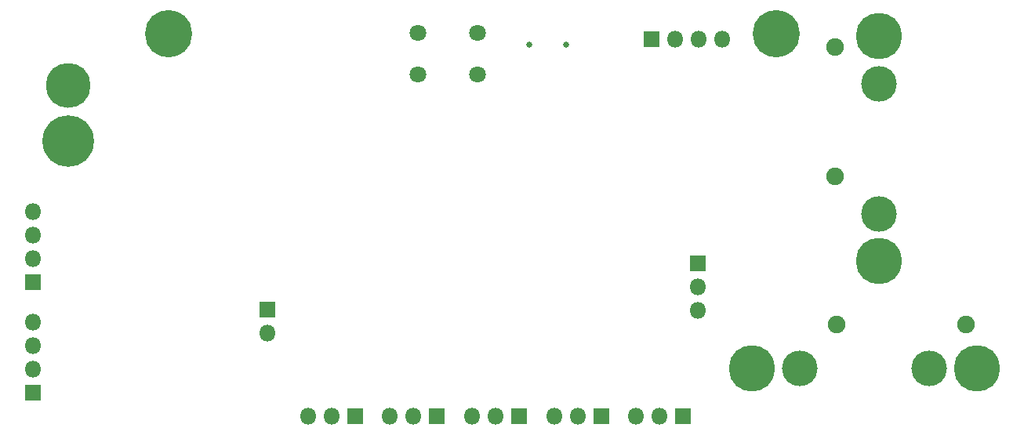
<source format=gbr>
%TF.GenerationSoftware,KiCad,Pcbnew,(5.1.6)-1*%
%TF.CreationDate,2021-08-26T12:07:42+02:00*%
%TF.ProjectId,Car LEDs,43617220-4c45-4447-932e-6b696361645f,rev?*%
%TF.SameCoordinates,Original*%
%TF.FileFunction,Soldermask,Bot*%
%TF.FilePolarity,Negative*%
%FSLAX46Y46*%
G04 Gerber Fmt 4.6, Leading zero omitted, Abs format (unit mm)*
G04 Created by KiCad (PCBNEW (5.1.6)-1) date 2021-08-26 12:07:42*
%MOMM*%
%LPD*%
G01*
G04 APERTURE LIST*
%ADD10C,0.900000*%
%ADD11C,5.100000*%
%ADD12O,1.800000X1.800000*%
%ADD13R,1.800000X1.800000*%
%ADD14C,1.800000*%
%ADD15C,4.840000*%
%ADD16C,5.560000*%
%ADD17C,4.990000*%
%ADD18C,1.900000*%
%ADD19C,3.850000*%
%ADD20C,0.650000*%
G04 APERTURE END LIST*
D10*
%TO.C,H2*%
X166635825Y-44304175D03*
X165310000Y-43755000D03*
X163984175Y-44304175D03*
X163435000Y-45630000D03*
X163984175Y-46955825D03*
X165310000Y-47505000D03*
X166635825Y-46955825D03*
X167185000Y-45630000D03*
D11*
X165310000Y-45630000D03*
%TD*%
D10*
%TO.C,H1*%
X100950000Y-44240000D03*
X99624175Y-43690825D03*
X98298350Y-44240000D03*
X97749175Y-45565825D03*
X98298350Y-46891650D03*
X99624175Y-47440825D03*
X100950000Y-46891650D03*
X101499175Y-45565825D03*
D11*
X99624175Y-45565825D03*
%TD*%
D12*
%TO.C,J11*%
X150140000Y-86910000D03*
X152680000Y-86910000D03*
D13*
X155220000Y-86910000D03*
%TD*%
D12*
%TO.C,J10*%
X141280000Y-86910000D03*
X143820000Y-86910000D03*
D13*
X146360000Y-86910000D03*
%TD*%
D12*
%TO.C,J9*%
X132410000Y-86920000D03*
X134950000Y-86920000D03*
D13*
X137490000Y-86920000D03*
%TD*%
D12*
%TO.C,J8*%
X123540000Y-86910000D03*
X126080000Y-86910000D03*
D13*
X128620000Y-86910000D03*
%TD*%
D12*
%TO.C,J7*%
X114700000Y-86910000D03*
X117240000Y-86910000D03*
D13*
X119780000Y-86910000D03*
%TD*%
D14*
%TO.C,SW1*%
X126556000Y-45500000D03*
X133056000Y-50000000D03*
X133056000Y-45500000D03*
X126556000Y-50000000D03*
%TD*%
D12*
%TO.C,J14*%
X84990000Y-76760000D03*
X84990000Y-79300000D03*
X84990000Y-81840000D03*
D13*
X84990000Y-84380000D03*
%TD*%
D12*
%TO.C,J13*%
X85000000Y-64820000D03*
X85000000Y-67360000D03*
X85000000Y-69900000D03*
D13*
X85000000Y-72440000D03*
%TD*%
D12*
%TO.C,J12*%
X156820000Y-75510000D03*
X156820000Y-72970000D03*
D13*
X156820000Y-70430000D03*
%TD*%
D15*
%TO.C,J6*%
X88850000Y-51160000D03*
D16*
X88850000Y-57160000D03*
%TD*%
D17*
%TO.C,J5*%
X176370000Y-70180000D03*
X176370000Y-45880000D03*
D18*
X171620000Y-47030000D03*
D19*
X176370000Y-51030000D03*
D18*
X171620000Y-61030000D03*
D19*
X176370000Y-65030000D03*
%TD*%
D12*
%TO.C,J4*%
X159430000Y-46215000D03*
X156890000Y-46215000D03*
X154350000Y-46215000D03*
D13*
X151810000Y-46215000D03*
%TD*%
D17*
%TO.C,J3*%
X162650000Y-81770000D03*
X186950000Y-81770000D03*
D18*
X185800000Y-77020000D03*
D19*
X181800000Y-81770000D03*
D18*
X171800000Y-77020000D03*
D19*
X167800000Y-81770000D03*
%TD*%
D12*
%TO.C,J2*%
X110300000Y-77940000D03*
D13*
X110300000Y-75400000D03*
%TD*%
D20*
%TO.C,J1*%
X138620000Y-46755000D03*
X142620000Y-46755000D03*
%TD*%
M02*

</source>
